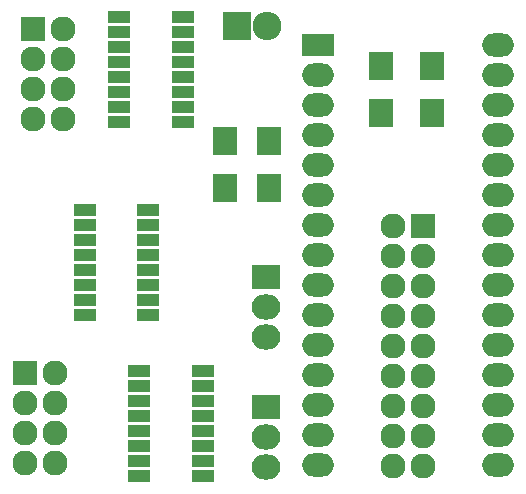
<source format=gbs>
G04 #@! TF.FileFunction,Soldermask,Bot*
%FSLAX46Y46*%
G04 Gerber Fmt 4.6, Leading zero omitted, Abs format (unit mm)*
G04 Created by KiCad (PCBNEW 4.0.2-stable) date 16.05.2016 20:30:10*
%MOMM*%
G01*
G04 APERTURE LIST*
%ADD10C,0.100000*%
%ADD11R,2.000000X2.400000*%
%ADD12R,1.900000X1.000000*%
%ADD13R,2.127200X2.127200*%
%ADD14O,2.127200X2.127200*%
%ADD15R,2.432000X2.127200*%
%ADD16O,2.432000X2.127200*%
%ADD17R,2.100000X2.400000*%
%ADD18R,2.686000X1.974800*%
%ADD19O,2.686000X1.974800*%
%ADD20R,2.432000X2.432000*%
%ADD21O,2.432000X2.432000*%
G04 APERTURE END LIST*
D10*
D11*
X156464000Y-105124000D03*
X156464000Y-101124000D03*
X152781000Y-105124000D03*
X152781000Y-101124000D03*
D12*
X143794500Y-99568000D03*
X143794500Y-98298000D03*
X143794500Y-97028000D03*
X143794500Y-95758000D03*
X143794500Y-94488000D03*
X143794500Y-93218000D03*
X143794500Y-91948000D03*
X143794500Y-90678000D03*
X149194500Y-90678000D03*
X149194500Y-91948000D03*
X149194500Y-93218000D03*
X149194500Y-94488000D03*
X149194500Y-95758000D03*
X149194500Y-97028000D03*
X149194500Y-98298000D03*
X149194500Y-99568000D03*
D13*
X169545000Y-108331000D03*
D14*
X167005000Y-108331000D03*
X169545000Y-110871000D03*
X167005000Y-110871000D03*
X169545000Y-113411000D03*
X167005000Y-113411000D03*
X169545000Y-115951000D03*
X167005000Y-115951000D03*
X169545000Y-118491000D03*
X167005000Y-118491000D03*
X169545000Y-121031000D03*
X167005000Y-121031000D03*
X169545000Y-123571000D03*
X167005000Y-123571000D03*
X169545000Y-126111000D03*
X167005000Y-126111000D03*
X169545000Y-128651000D03*
X167005000Y-128651000D03*
D15*
X156210000Y-112649000D03*
D16*
X156210000Y-115189000D03*
X156210000Y-117729000D03*
D15*
X156210000Y-123698000D03*
D16*
X156210000Y-126238000D03*
X156210000Y-128778000D03*
D13*
X135826500Y-120777000D03*
D14*
X138366500Y-120777000D03*
X135826500Y-123317000D03*
X138366500Y-123317000D03*
X135826500Y-125857000D03*
X138366500Y-125857000D03*
X135826500Y-128397000D03*
X138366500Y-128397000D03*
D17*
X170307000Y-94774000D03*
X170307000Y-98774000D03*
X165925500Y-94774000D03*
X165925500Y-98774000D03*
D12*
X146273500Y-106997500D03*
X146273500Y-108267500D03*
X146273500Y-109537500D03*
X146273500Y-110807500D03*
X146273500Y-112077500D03*
X146273500Y-113347500D03*
X146273500Y-114617500D03*
X146273500Y-115887500D03*
X140873500Y-115887500D03*
X140873500Y-114617500D03*
X140873500Y-113347500D03*
X140873500Y-112077500D03*
X140873500Y-110807500D03*
X140873500Y-109537500D03*
X140873500Y-108267500D03*
X140873500Y-106997500D03*
D13*
X136525000Y-91630500D03*
D14*
X139065000Y-91630500D03*
X136525000Y-94170500D03*
X139065000Y-94170500D03*
X136525000Y-96710500D03*
X139065000Y-96710500D03*
X136525000Y-99250500D03*
X139065000Y-99250500D03*
D18*
X160591500Y-93027500D03*
D19*
X160591500Y-95567500D03*
X160591500Y-98107500D03*
X160591500Y-100647500D03*
X160591500Y-103187500D03*
X160591500Y-105727500D03*
X160591500Y-108267500D03*
X160591500Y-110807500D03*
X160591500Y-113347500D03*
X160591500Y-115887500D03*
X160591500Y-118427500D03*
X160591500Y-120967500D03*
X160591500Y-123507500D03*
X160591500Y-126047500D03*
X160591500Y-128587500D03*
X175831500Y-128587500D03*
X175831500Y-126047500D03*
X175831500Y-123507500D03*
X175831500Y-120967500D03*
X175831500Y-118427500D03*
X175831500Y-115887500D03*
X175831500Y-113347500D03*
X175831500Y-110807500D03*
X175831500Y-108267500D03*
X175831500Y-105727500D03*
X175831500Y-103187500D03*
X175831500Y-100647500D03*
X175831500Y-98107500D03*
X175831500Y-95567500D03*
X175831500Y-93027500D03*
D12*
X145509000Y-129540000D03*
X145509000Y-128270000D03*
X145509000Y-127000000D03*
X145509000Y-125730000D03*
X145509000Y-124460000D03*
X145509000Y-123190000D03*
X145509000Y-121920000D03*
X145509000Y-120650000D03*
X150909000Y-120650000D03*
X150909000Y-121920000D03*
X150909000Y-123190000D03*
X150909000Y-124460000D03*
X150909000Y-125730000D03*
X150909000Y-127000000D03*
X150909000Y-128270000D03*
X150909000Y-129540000D03*
D20*
X153733500Y-91440000D03*
D21*
X156273500Y-91440000D03*
M02*

</source>
